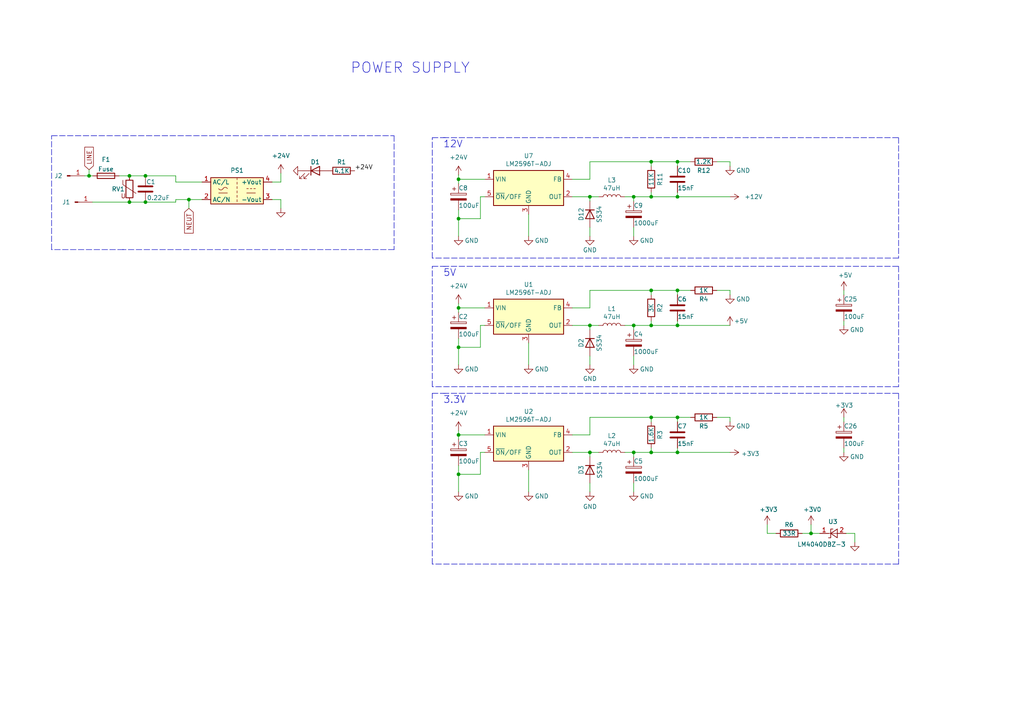
<source format=kicad_sch>
(kicad_sch (version 20211123) (generator eeschema)
  (paper "A4")
  (lib_symbols
    (symbol "Connector:Conn_01x01_Male" (pin_names (offset 1.016) hide)
      (property "Reference" "J" (at 0 2.54 0))
      (property "Value" "Conn_01x01_Male" (at 0 -2.54 0))
      (symbol "Conn_01x01_Male_1_1"
        (polyline (pts (xy 1.27 0) (xy 0.8636 0)) (stroke (width 0.1524)))
        (rectangle (start 0.8636 0.127) (end 0 -0.127) (stroke (width 0.1524)) (fill (type outline)))
        (pin passive line (at 5.08 0 180) (length 3.81) (name "Pin_1") (number "1"))
      )
    )
    (symbol "Converter_ACDC:HLK-PM01"
      (property "Reference" "PS" (at 0 5.08 0))
      (property "Value" "HLK-PM01" (at 0 -5.08 0))
      (symbol "HLK-PM01_0_1"
        (rectangle (start -7.62 3.81) (end 7.62 -3.81) (stroke (width 0.254)) (fill (type background)))
        (arc (start -5.334 0.635) (mid -4.699 0.2495) (end -4.064 0.635))
        (arc (start -2.794 0.635) (mid -3.429 1.0072) (end -4.064 0.635))
        (polyline (pts (xy -5.334 -0.635) (xy -2.794 -0.635)))
        (polyline (pts (xy 0 -2.54) (xy 0 -3.175)))
        (polyline (pts (xy 0 -1.27) (xy 0 -1.905)))
        (polyline (pts (xy 0 0) (xy 0 -0.635)))
        (polyline (pts (xy 0 1.27) (xy 0 0.635)))
        (polyline (pts (xy 0 2.54) (xy 0 1.905)))
        (polyline (pts (xy 0 3.81) (xy 0 3.175)))
        (polyline (pts (xy 2.794 -0.635) (xy 5.334 -0.635)))
        (polyline (pts (xy 2.794 0.635) (xy 3.302 0.635)))
        (polyline (pts (xy 3.81 0.635) (xy 4.318 0.635)))
        (polyline (pts (xy 4.826 0.635) (xy 5.334 0.635)))
      )
      (symbol "HLK-PM01_1_1"
        (pin power_in line (at -10.16 2.54 0) (length 2.54) (name "AC/L") (number "1"))
        (pin power_in line (at -10.16 -2.54 0) (length 2.54) (name "AC/N") (number "2"))
        (pin power_out line (at 10.16 -2.54 180) (length 2.54) (name "-Vout") (number "3"))
        (pin power_out line (at 10.16 2.54 180) (length 2.54) (name "+Vout") (number "4"))
      )
    )
    (symbol "Device:C" (pin_numbers hide) (pin_names (offset 0.254))
      (property "Reference" "C" (at 0.635 2.54 0))
      (property "Value" "C" (at 0.635 -2.54 0))
      (symbol "C_0_1"
        (polyline (pts (xy -2.032 -0.762) (xy 2.032 -0.762)) (stroke (width 0.508)))
        (polyline (pts (xy -2.032 0.762) (xy 2.032 0.762)) (stroke (width 0.508)))
      )
      (symbol "C_1_1"
        (pin passive line (at 0 3.81 270) (length 2.794) (name "~") (number "1"))
        (pin passive line (at 0 -3.81 90) (length 2.794) (name "~") (number "2"))
      )
    )
    (symbol "Device:CP" (pin_numbers hide) (pin_names (offset 0.254))
      (property "Reference" "C" (at 0.635 2.54 0))
      (property "Value" "Device_CP" (at 0.635 -2.54 0))
      (symbol "CP_0_1"
        (rectangle (start -2.286 0.508) (end 2.286 1.016))
        (polyline (pts (xy -1.778 2.286) (xy -0.762 2.286)))
        (polyline (pts (xy -1.27 2.794) (xy -1.27 1.778)))
        (rectangle (start 2.286 -0.508) (end -2.286 -1.016) (fill (type outline)))
      )
      (symbol "CP_1_1"
        (pin passive line (at 0 3.81 270) (length 2.794) (name "~") (number "1"))
        (pin passive line (at 0 -3.81 90) (length 2.794) (name "~") (number "2"))
      )
    )
    (symbol "Device:D" (pin_numbers hide) (pin_names (offset 1.016) hide)
      (property "Reference" "D" (at 0 2.54 0))
      (property "Value" "D" (at 0 -2.54 0))
      (symbol "D_0_1"
        (polyline (pts (xy -1.27 1.27) (xy -1.27 -1.27)) (stroke (width 0.254)))
        (polyline (pts (xy 1.27 0) (xy -1.27 0)))
        (polyline (pts (xy 1.27 1.27) (xy 1.27 -1.27) (xy -1.27 0) (xy 1.27 1.27)) (stroke (width 0.254)))
      )
      (symbol "D_1_1"
        (pin passive line (at -3.81 0 0) (length 2.54) (name "K") (number "1"))
        (pin passive line (at 3.81 0 180) (length 2.54) (name "A") (number "2"))
      )
    )
    (symbol "Device:Fuse" (pin_numbers hide) (pin_names (offset 0))
      (property "Reference" "F" (at 2.032 0 90))
      (property "Value" "Fuse" (at -1.905 0 90))
      (symbol "Fuse_0_1"
        (rectangle (start -0.762 -2.54) (end 0.762 2.54) (stroke (width 0.254)))
        (polyline (pts (xy 0 2.54) (xy 0 -2.54)))
      )
      (symbol "Fuse_1_1"
        (pin passive line (at 0 3.81 270) (length 1.27) (name "~") (number "1"))
        (pin passive line (at 0 -3.81 90) (length 1.27) (name "~") (number "2"))
      )
    )
    (symbol "Device:L" (pin_numbers hide) (pin_names (offset 1.016) hide)
      (property "Reference" "L" (at -1.27 0 90))
      (property "Value" "L" (at 1.905 0 90))
      (symbol "L_0_1"
        (arc (start 0 -2.54) (mid 0.635 -1.905) (end 0 -1.27))
        (arc (start 0 -1.27) (mid 0.635 -0.635) (end 0 0))
        (arc (start 0 0) (mid 0.635 0.635) (end 0 1.27))
        (arc (start 0 1.27) (mid 0.635 1.905) (end 0 2.54))
      )
      (symbol "L_1_1"
        (pin passive line (at 0 3.81 270) (length 1.27) (name "1") (number "1"))
        (pin passive line (at 0 -3.81 90) (length 1.27) (name "2") (number "2"))
      )
    )
    (symbol "Device:LED" (pin_numbers hide) (pin_names (offset 1.016) hide)
      (property "Reference" "D" (at 0 2.54 0))
      (property "Value" "LED" (at 0 -2.54 0))
      (symbol "LED_0_1"
        (polyline (pts (xy -1.27 -1.27) (xy -1.27 1.27)) (stroke (width 0.254)))
        (polyline (pts (xy -1.27 0) (xy 1.27 0)))
        (polyline (pts (xy 1.27 -1.27) (xy 1.27 1.27) (xy -1.27 0) (xy 1.27 -1.27)) (stroke (width 0.254)))
        (polyline (pts (xy -3.048 -0.762) (xy -4.572 -2.286) (xy -3.81 -2.286) (xy -4.572 -2.286) (xy -4.572 -1.524)))
        (polyline (pts (xy -1.778 -0.762) (xy -3.302 -2.286) (xy -2.54 -2.286) (xy -3.302 -2.286) (xy -3.302 -1.524)))
      )
      (symbol "LED_1_1"
        (pin passive line (at -3.81 0 0) (length 2.54) (name "K") (number "1"))
        (pin passive line (at 3.81 0 180) (length 2.54) (name "A") (number "2"))
      )
    )
    (symbol "Device:R" (pin_numbers hide) (pin_names (offset 0))
      (property "Reference" "R" (at 2.032 0 90))
      (property "Value" "R" (at 0 0 90))
      (symbol "R_0_1"
        (rectangle (start -1.016 -2.54) (end 1.016 2.54) (stroke (width 0.254)))
      )
      (symbol "R_1_1"
        (pin passive line (at 0 3.81 270) (length 1.27) (name "~") (number "1"))
        (pin passive line (at 0 -3.81 90) (length 1.27) (name "~") (number "2"))
      )
    )
    (symbol "Device:Varistor" (pin_numbers hide) (pin_names (offset 0))
      (property "Reference" "RV" (at 3.175 0 90))
      (property "Value" "Varistor" (at -3.175 0 90))
      (symbol "Varistor_0_0"
        (text "U" (at -1.778 -2.032 0) (effects (font (size 1.27 1.27))))
      )
      (symbol "Varistor_0_1"
        (rectangle (start -1.016 -2.54) (end 1.016 2.54) (stroke (width 0.254)))
        (polyline (pts (xy -1.905 2.54) (xy -1.905 1.27) (xy 1.905 -1.27)))
      )
      (symbol "Varistor_1_1"
        (pin passive line (at 0 3.81 270) (length 1.27) (name "~") (number "1"))
        (pin passive line (at 0 -3.81 90) (length 1.27) (name "~") (number "2"))
      )
    )
    (symbol "Reference_Voltage:LM4040DBZ-3" (pin_names (offset 0.0254) hide)
      (property "Reference" "U" (at 0 2.54 0))
      (property "Value" "LM4040DBZ-3" (at 0 -3.175 0))
      (symbol "LM4040DBZ-3_0_1"
        (polyline (pts (xy -1.27 0) (xy 0 0) (xy 1.27 0)))
        (polyline (pts (xy -1.27 -1.27) (xy 0.635 0) (xy -1.27 1.27) (xy -1.27 -1.27)) (stroke (width 0.2032)))
        (polyline (pts (xy 0 -1.27) (xy 0.635 -1.27) (xy 0.635 1.27) (xy 1.27 1.27)) (stroke (width 0.2032)))
      )
      (symbol "LM4040DBZ-3_1_1"
        (pin passive line (at 3.81 0 180) (length 2.54) (name "K") (number "1"))
        (pin passive line (at -3.81 0 0) (length 2.54) (name "A") (number "2"))
      )
    )
    (symbol "Regulator_Switching:LM2596T-ADJ"
      (property "Reference" "U" (at -10.16 6.35 0))
      (property "Value" "LM2596T-ADJ" (at 0 6.35 0))
      (symbol "LM2596T-ADJ_0_1"
        (rectangle (start -10.16 5.08) (end 10.16 -5.08) (stroke (width 0.254)) (fill (type background)))
      )
      (symbol "LM2596T-ADJ_1_1"
        (pin power_in line (at -12.7 2.54 0) (length 2.54) (name "VIN") (number "1"))
        (pin output line (at 12.7 -2.54 180) (length 2.54) (name "OUT") (number "2"))
        (pin power_in line (at 0 -7.62 90) (length 2.54) (name "GND") (number "3"))
        (pin input line (at 12.7 2.54 180) (length 2.54) (name "FB") (number "4"))
        (pin input line (at -12.7 -2.54 0) (length 2.54) (name "~{ON}/OFF") (number "5"))
      )
    )
    (symbol "power:+12V" (power) (pin_names (offset 0))
      (property "Value" "+12V" (at 0 3.556 0))
      (symbol "+12V_0_1"
        (polyline (pts (xy -0.762 1.27) (xy 0 2.54)))
        (polyline (pts (xy 0 0) (xy 0 2.54)))
        (polyline (pts (xy 0 2.54) (xy 0.762 1.27)))
      )
      (symbol "+12V_1_1"
        (pin power_in line (at 0 0 90) (length 0) hide (name "+12V") (number "1"))
      )
    )
    (symbol "power:+24V" (power) (pin_names (offset 0))
      (property "Value" "+24V" (at 0 3.556 0))
      (symbol "+24V_0_1"
        (polyline (pts (xy -0.762 1.27) (xy 0 2.54)))
        (polyline (pts (xy 0 0) (xy 0 2.54)))
        (polyline (pts (xy 0 2.54) (xy 0.762 1.27)))
      )
      (symbol "+24V_1_1"
        (pin power_in line (at 0 0 90) (length 0) hide (name "+24V") (number "1"))
      )
    )
    (symbol "power:+3V0" (power) (pin_names (offset 0))
      (property "Value" "+3V0" (at 0 3.556 0))
      (symbol "+3V0_0_1"
        (polyline (pts (xy -0.762 1.27) (xy 0 2.54)))
        (polyline (pts (xy 0 0) (xy 0 2.54)))
        (polyline (pts (xy 0 2.54) (xy 0.762 1.27)))
      )
      (symbol "+3V0_1_1"
        (pin power_in line (at 0 0 90) (length 0) hide (name "+3V0") (number "1"))
      )
    )
    (symbol "power:+3V3" (power) (pin_names (offset 0))
      (property "Value" "+3V3" (at 0 3.556 0))
      (symbol "+3V3_0_1"
        (polyline (pts (xy -0.762 1.27) (xy 0 2.54)))
        (polyline (pts (xy 0 0) (xy 0 2.54)))
        (polyline (pts (xy 0 2.54) (xy 0.762 1.27)))
      )
      (symbol "+3V3_1_1"
        (pin power_in line (at 0 0 90) (length 0) hide (name "+3V3") (number "1"))
      )
    )
    (symbol "power:+5V" (power) (pin_names (offset 0))
      (property "Value" "+5V" (at 0 3.556 0))
      (symbol "+5V_0_1"
        (polyline (pts (xy -0.762 1.27) (xy 0 2.54)))
        (polyline (pts (xy 0 0) (xy 0 2.54)))
        (polyline (pts (xy 0 2.54) (xy 0.762 1.27)))
      )
      (symbol "+5V_1_1"
        (pin power_in line (at 0 0 90) (length 0) hide (name "+5V") (number "1"))
      )
    )
    (symbol "power:GND" (power) (pin_names (offset 0))
      (property "Value" "GND" (at 0 -3.81 0))
      (symbol "GND_0_1"
        (polyline (pts (xy 0 0) (xy 0 -1.27) (xy 1.27 -1.27) (xy 0 -2.54) (xy -1.27 -1.27) (xy 0 -1.27)))
      )
      (symbol "GND_1_1"
        (pin power_in line (at 0 0 270) (length 0) hide (name "GND") (number "1"))
      )
    )
  )
  (junction (at 196.4944 84.2264))
  (junction (at 188.8744 94.3864))
  (junction (at 171.0944 94.3864))
  (junction (at 37.5412 58.6232))
  (junction (at 132.9944 126.1364))
  (junction (at 188.8744 46.9138))
  (junction (at 196.4944 94.3864))
  (junction (at 196.4944 121.0564))
  (junction (at 188.8744 57.0738))
  (junction (at 132.9944 63.4238))
  (junction (at 25.8318 51.0032))
  (junction (at 183.7944 131.2164))
  (junction (at 188.8744 84.2264))
  (junction (at 54.7878 57.8866))
  (junction (at 42.1894 51.0032))
  (junction (at 196.4944 57.0738))
  (junction (at 188.8744 131.2164))
  (junction (at 37.5412 51.0032))
  (junction (at 171.0944 131.2164))
  (junction (at 132.9944 100.7364))
  (junction (at 132.9944 137.5664))
  (junction (at 235.2294 154.7114))
  (junction (at 196.4944 46.9138))
  (junction (at 183.7944 57.0738))
  (junction (at 183.7944 94.3864))
  (junction (at 171.0944 57.0738))
  (junction (at 188.8744 121.0564))
  (junction (at 132.9944 51.9938))
  (junction (at 42.1894 58.6232))
  (junction (at 132.9944 89.3064))
  (junction (at 196.4944 131.2164))
  (wire (pts (xy 196.4944 94.3864) (xy 196.4944 93.1164)))
  (wire (pts (xy 200.3044 121.0564) (xy 196.4944 121.0564)))
  (wire (pts (xy 196.4944 46.9138) (xy 188.8744 46.9138)))
  (wire (pts (xy 171.0944 89.3064) (xy 171.0944 84.2264)))
  (wire (pts (xy 171.0944 46.9138) (xy 188.8744 46.9138)))
  (polyline (pts (xy 128.5494 77.2414) (xy 260.6294 77.2414)))
  (wire (pts (xy 188.8744 121.0564) (xy 188.8744 122.3264)))
  (wire (pts (xy 196.4944 131.2164) (xy 196.4944 129.9464)))
  (wire (pts (xy 153.3144 99.4664) (xy 153.3144 105.8164)))
  (wire (pts (xy 200.3044 84.2264) (xy 196.4944 84.2264)))
  (wire (pts (xy 81.4578 52.8066) (xy 81.4578 50.2666)))
  (wire (pts (xy 207.9244 84.2264) (xy 211.7344 84.2264)))
  (wire (pts (xy 139.3444 94.3864) (xy 139.3444 100.7364)))
  (wire (pts (xy 196.4944 48.1838) (xy 196.4944 46.9138)))
  (wire (pts (xy 183.7944 94.3864) (xy 181.2544 94.3864)))
  (wire (pts (xy 25.8318 51.0032) (xy 26.924 51.0032)))
  (wire (pts (xy 188.8744 94.3864) (xy 196.4944 94.3864)))
  (wire (pts (xy 171.0944 84.2264) (xy 188.8744 84.2264)))
  (wire (pts (xy 196.4944 122.3264) (xy 196.4944 121.0564)))
  (wire (pts (xy 50.9778 51.0032) (xy 42.1894 51.0032)))
  (wire (pts (xy 54.7878 57.8866) (xy 54.7878 60.4266)))
  (wire (pts (xy 171.0944 94.3864) (xy 166.0144 94.3864)))
  (wire (pts (xy 171.0944 58.3438) (xy 171.0944 57.0738)))
  (wire (pts (xy 188.8744 57.0738) (xy 196.4944 57.0738)))
  (wire (pts (xy 171.0944 57.0738) (xy 166.0144 57.0738)))
  (wire (pts (xy 196.4944 57.0738) (xy 211.7344 57.0738)))
  (wire (pts (xy 132.9944 50.7238) (xy 132.9944 51.9938)))
  (wire (pts (xy 54.7878 57.8866) (xy 58.5978 57.8866)))
  (wire (pts (xy 42.1894 58.6232) (xy 37.5412 58.6232)))
  (wire (pts (xy 132.9944 100.7364) (xy 132.9944 98.1964)))
  (wire (pts (xy 235.2294 154.7114) (xy 232.6894 154.7114)))
  (wire (pts (xy 50.9778 57.8866) (xy 54.7878 57.8866)))
  (wire (pts (xy 244.7544 84.2264) (xy 244.7544 85.4964)))
  (wire (pts (xy 196.4944 85.4964) (xy 196.4944 84.2264)))
  (wire (pts (xy 183.7944 57.0738) (xy 181.2544 57.0738)))
  (wire (pts (xy 244.7544 121.0564) (xy 244.7544 122.3264)))
  (wire (pts (xy 183.7944 132.4864) (xy 183.7944 131.2164)))
  (wire (pts (xy 188.8744 84.2264) (xy 188.8744 85.4964)))
  (wire (pts (xy 132.9944 137.5664) (xy 132.9944 135.0264)))
  (wire (pts (xy 188.8744 55.8038) (xy 188.8744 57.0738)))
  (wire (pts (xy 139.3444 63.4238) (xy 132.9944 63.4238)))
  (polyline (pts (xy 125.3744 163.6014) (xy 125.3744 114.0714)))
  (wire (pts (xy 140.6144 57.0738) (xy 139.3444 57.0738)))
  (wire (pts (xy 166.0144 89.3064) (xy 171.0944 89.3064)))
  (wire (pts (xy 188.8744 94.3864) (xy 183.7944 94.3864)))
  (wire (pts (xy 34.544 51.0032) (xy 37.5412 51.0032)))
  (wire (pts (xy 166.0144 126.1364) (xy 171.0944 126.1364)))
  (wire (pts (xy 188.8744 57.0738) (xy 183.7944 57.0738)))
  (wire (pts (xy 132.9944 137.5664) (xy 132.9944 142.6464)))
  (wire (pts (xy 183.7944 95.6564) (xy 183.7944 94.3864)))
  (wire (pts (xy 188.8744 46.9138) (xy 188.8744 48.1838)))
  (polyline (pts (xy 125.3744 112.1664) (xy 125.3744 77.2414)))
  (wire (pts (xy 132.9944 100.7364) (xy 132.9944 105.8164)))
  (wire (pts (xy 139.3444 131.2164) (xy 139.3444 137.5664)))
  (polyline (pts (xy 35.56 39.37) (xy 114.3 39.37)))
  (wire (pts (xy 196.4944 94.3864) (xy 211.7344 94.3864)))
  (wire (pts (xy 183.7944 105.8164) (xy 183.7944 103.2764)))
  (wire (pts (xy 173.6344 131.2164) (xy 171.0944 131.2164)))
  (wire (pts (xy 235.2294 152.1714) (xy 235.2294 154.7114)))
  (wire (pts (xy 196.4944 57.0738) (xy 196.4944 55.8038)))
  (polyline (pts (xy 260.6294 163.6014) (xy 125.3744 163.6014)))
  (polyline (pts (xy 128.5494 114.0714) (xy 260.6294 114.0714)))
  (wire (pts (xy 183.7944 58.3438) (xy 183.7944 57.0738)))
  (wire (pts (xy 50.9778 57.8866) (xy 50.9778 58.6232)))
  (polyline (pts (xy 14.9606 39.37) (xy 35.5346 39.37)))
  (polyline (pts (xy 14.9606 72.39) (xy 14.9606 39.37)))
  (polyline (pts (xy 125.3744 74.8538) (xy 125.3744 39.9288)))
  (wire (pts (xy 24.5618 51.0032) (xy 25.8318 51.0032)))
  (wire (pts (xy 171.0944 68.5038) (xy 171.0944 65.9638)))
  (wire (pts (xy 171.0944 95.6564) (xy 171.0944 94.3864)))
  (wire (pts (xy 153.3144 62.1538) (xy 153.3144 68.5038)))
  (wire (pts (xy 211.7344 46.9138) (xy 211.7344 48.1838)))
  (wire (pts (xy 211.7344 121.0564) (xy 211.7344 122.3264)))
  (wire (pts (xy 50.9778 58.6232) (xy 42.1894 58.6232)))
  (wire (pts (xy 132.9944 63.4238) (xy 132.9944 60.8838)))
  (wire (pts (xy 25.8318 49.2252) (xy 25.8318 51.0032)))
  (wire (pts (xy 183.7944 68.5038) (xy 183.7944 65.9638)))
  (polyline (pts (xy 260.6294 112.1664) (xy 125.3744 112.1664)))
  (wire (pts (xy 132.9944 63.4238) (xy 132.9944 68.5038)))
  (wire (pts (xy 140.6144 131.2164) (xy 139.3444 131.2164)))
  (wire (pts (xy 132.9944 126.1364) (xy 140.6144 126.1364)))
  (wire (pts (xy 237.7694 154.7114) (xy 235.2294 154.7114)))
  (wire (pts (xy 171.0944 121.0564) (xy 188.8744 121.0564)))
  (polyline (pts (xy 128.5494 39.9288) (xy 260.6294 39.9288)))
  (wire (pts (xy 196.4944 121.0564) (xy 188.8744 121.0564)))
  (wire (pts (xy 244.7544 94.3864) (xy 244.7544 93.1164)))
  (polyline (pts (xy 125.3744 77.2414) (xy 129.1844 77.2414)))
  (polyline (pts (xy 125.3744 114.0714) (xy 129.1844 114.0714)))
  (wire (pts (xy 247.9294 157.2514) (xy 247.9294 154.7114)))
  (wire (pts (xy 132.9944 127.4064) (xy 132.9944 126.1364)))
  (wire (pts (xy 207.9244 46.9138) (xy 211.7344 46.9138)))
  (wire (pts (xy 153.3144 136.2964) (xy 153.3144 142.6464)))
  (wire (pts (xy 183.7944 131.2164) (xy 181.2544 131.2164)))
  (wire (pts (xy 81.4578 57.8866) (xy 78.9178 57.8866)))
  (wire (pts (xy 171.0944 105.8164) (xy 171.0944 103.2764)))
  (wire (pts (xy 183.7944 142.6464) (xy 183.7944 140.1064)))
  (wire (pts (xy 173.6344 57.0738) (xy 171.0944 57.0738)))
  (polyline (pts (xy 260.6294 74.8538) (xy 125.3744 74.8538)))
  (wire (pts (xy 132.9944 90.5764) (xy 132.9944 89.3064)))
  (wire (pts (xy 139.3444 137.5664) (xy 132.9944 137.5664)))
  (wire (pts (xy 200.3044 46.9138) (xy 196.4944 46.9138)))
  (wire (pts (xy 132.9944 51.9938) (xy 140.6144 51.9938)))
  (wire (pts (xy 166.0144 51.9938) (xy 171.0944 51.9938)))
  (wire (pts (xy 247.9294 154.7114) (xy 245.3894 154.7114)))
  (wire (pts (xy 50.9778 52.8066) (xy 50.9778 51.0032)))
  (wire (pts (xy 50.9778 52.8066) (xy 58.5978 52.8066)))
  (wire (pts (xy 196.4944 84.2264) (xy 188.8744 84.2264)))
  (wire (pts (xy 225.0694 154.7114) (xy 222.5294 154.7114)))
  (wire (pts (xy 139.3444 57.0738) (xy 139.3444 63.4238)))
  (polyline (pts (xy 35.7886 72.39) (xy 14.9606 72.39)))
  (wire (pts (xy 188.8744 131.2164) (xy 183.7944 131.2164)))
  (wire (pts (xy 140.6144 94.3864) (xy 139.3444 94.3864)))
  (wire (pts (xy 244.7544 131.2164) (xy 244.7544 129.9464)))
  (wire (pts (xy 171.0944 132.4864) (xy 171.0944 131.2164)))
  (wire (pts (xy 81.4578 60.4266) (xy 81.4578 57.8866)))
  (polyline (pts (xy 260.6294 39.9288) (xy 260.6294 74.8538)))
  (wire (pts (xy 196.4944 131.2164) (xy 211.7344 131.2164)))
  (wire (pts (xy 188.8744 131.2164) (xy 196.4944 131.2164)))
  (polyline (pts (xy 114.3 72.39) (xy 35.56 72.39)))
  (wire (pts (xy 26.8224 58.6232) (xy 37.5412 58.6232)))
  (wire (pts (xy 173.6344 94.3864) (xy 171.0944 94.3864)))
  (wire (pts (xy 171.0944 142.6464) (xy 171.0944 140.1064)))
  (wire (pts (xy 132.9944 88.0364) (xy 132.9944 89.3064)))
  (wire (pts (xy 132.9944 89.3064) (xy 140.6144 89.3064)))
  (polyline (pts (xy 114.3 39.37) (xy 114.3 72.39)))
  (wire (pts (xy 207.9244 121.0564) (xy 211.7344 121.0564)))
  (wire (pts (xy 222.5294 154.7114) (xy 222.5294 152.1714)))
  (wire (pts (xy 132.9944 53.2638) (xy 132.9944 51.9938)))
  (wire (pts (xy 171.0944 51.9938) (xy 171.0944 46.9138)))
  (wire (pts (xy 171.0944 131.2164) (xy 166.0144 131.2164)))
  (polyline (pts (xy 125.3744 39.9288) (xy 129.1844 39.9288)))
  (wire (pts (xy 139.3444 100.7364) (xy 132.9944 100.7364)))
  (wire (pts (xy 171.0944 126.1364) (xy 171.0944 121.0564)))
  (wire (pts (xy 188.8744 129.9464) (xy 188.8744 131.2164)))
  (wire (pts (xy 132.9944 126.1364) (xy 132.9944 124.8664)))
  (wire (pts (xy 37.5412 51.0032) (xy 42.1894 51.0032)))
  (polyline (pts (xy 260.6294 114.0714) (xy 260.6294 163.6014)))
  (wire (pts (xy 78.9178 52.8066) (xy 81.4578 52.8066)))
  (wire (pts (xy 188.8744 93.1164) (xy 188.8744 94.3864)))
  (polyline (pts (xy 260.6294 77.2414) (xy 260.6294 112.1664)))
  (wire (pts (xy 211.7344 84.2264) (xy 211.7344 85.4964)))
  (text "5V" (at 128.5494 80.4164 0) (effects (font (size 2 2)) (justify left bottom)))
  (text "12V" (at 128.5494 43.1038 0) (effects (font (size 2 2)) (justify left bottom)))
  (text "POWER SUPPLY\n" (at 101.6 21.59 0) (effects (font (size 3 3)) (justify left bottom)))
  (text "3.3V" (at 128.5494 117.2464 0) (effects (font (size 2 2)) (justify left bottom)))
  (label "+24V" (at 102.87 49.53 0))
  (global_label "LINE" (shape input) (at 25.8318 49.2252 90) (property "Intersheet References" "${INTERSHEET_REFS}" (effects hide)))
  (global_label "NEUT" (shape input) (at 54.7878 60.4266 270) (property "Intersheet References" "${INTERSHEET_REFS}" (effects hide)))
  (symbol (lib_id "power:+3V3") (at 222.5294 152.1714 0) (unit 1)
    (property "Reference" "#PWR0105" (effects hide))
    (property "Value" "+3V3" (at 222.9104 147.7772 0))
  )
  (symbol (lib_id "power:GND") (at 211.7344 122.3264 0) (unit 1)
    (property "Reference" "#PWR0110" (effects hide))
    (property "Value" "GND" (at 215.5444 123.5964 0))
  )
  (symbol (lib_id "Device:R") (at 204.1144 121.0564 90) (unit 1)
    (property "Reference" "R5" (at 204.1144 123.5964 90))
    (property "Value" "1K" (at 204.1144 121.0564 90))
    (property "Footprint" "Resistor_SMD:R_0603_1608Metric" (effects hide))
  )
  (symbol (lib_id "power:GND") (at 132.9944 68.5038 0) (unit 1)
    (property "Reference" "#PWR0166" (effects hide))
    (property "Value" "GND" (at 136.8044 69.7738 0))
  )
  (symbol (lib_id "Regulator_Switching:LM2596T-ADJ") (at 153.3144 128.6764 0) (unit 1)
    (property "Reference" "U2" (at 153.3144 119.3546 0))
    (property "Value" "LM2596T-ADJ" (at 153.3144 121.666 0))
    (property "Footprint" "Package_TO_SOT_SMD:TO-263-5_TabPin3" (effects hide))
    (property "Datasheet" "http://www.ti.com/lit/ds/symlink/lm2596.pdf" (effects hide))
  )
  (symbol (lib_id "power:GND") (at 153.3144 105.8164 0) (unit 1)
    (property "Reference" "#PWR0121" (effects hide))
    (property "Value" "GND" (at 157.1244 107.0864 0))
  )
  (symbol (lib_id "Device:LED") (at 91.44 49.53 0) (unit 1)
    (property "Reference" "D1" (at 91.44 46.99 0))
    (property "Value" "LED" (effects hide))
    (property "Footprint" "LED_SMD:LED_0603_1608Metric" (effects hide))
  )
  (symbol (lib_id "Device:CP") (at 244.7544 126.1364 0) (unit 1)
    (property "Reference" "C26" (at 244.7544 123.5964 0) (effects (justify left)))
    (property "Value" "100uF" (at 244.7544 128.6764 0) (effects (justify left)))
    (property "Footprint" "Capacitor_Tantalum_SMD:CP_EIA-3216-10_Kemet-I" (effects hide))
  )
  (symbol (lib_id "Device:CP") (at 244.7544 89.3064 0) (unit 1)
    (property "Reference" "C25" (at 244.7544 86.7664 0) (effects (justify left)))
    (property "Value" "100uF" (at 244.7544 91.8464 0) (effects (justify left)))
    (property "Footprint" "Capacitor_Tantalum_SMD:CP_EIA-3216-10_Kemet-I" (effects hide))
  )
  (symbol (lib_id "Device:CP") (at 132.9944 94.3864 0) (unit 1)
    (property "Reference" "C2" (at 132.9944 91.8464 0) (effects (justify left)))
    (property "Value" "100uF" (at 132.9944 96.9264 0) (effects (justify left)))
    (property "Footprint" "Capacitor_SMD:CP_Elec_8x10" (effects hide))
  )
  (symbol (lib_id "Device:L") (at 177.4444 57.0738 90) (unit 1)
    (property "Reference" "L3" (at 177.4444 52.2478 90))
    (property "Value" "47uH" (at 177.4444 54.5592 90))
    (property "Footprint" "Inductor_SMD:L_12x12mm_H8mm" (effects hide))
  )
  (symbol (lib_id "Device:D") (at 171.0944 62.1538 270) (unit 1)
    (property "Reference" "D12" (at 168.5544 62.1538 0))
    (property "Value" "SS34" (at 173.8122 62.1538 0))
    (property "Footprint" "Diode_SMD:D_SMA" (effects hide))
  )
  (symbol (lib_id "power:+12V") (at 211.7344 57.0738 270) (unit 1)
    (property "Reference" "#PWR0135" (effects hide))
    (property "Value" "+12V" (at 215.9 57.0737 90) (effects (justify left)))
  )
  (symbol (lib_id "Reference_Voltage:LM4040DBZ-3") (at 241.5794 154.7114 180) (unit 1)
    (property "Reference" "U3" (at 241.5794 151.3078 0))
    (property "Value" "LM4040DBZ-3" (at 231.2416 157.8864 0) (effects (justify right)))
    (property "Footprint" "Package_TO_SOT_SMD:SOT-23" (effects hide))
    (property "Datasheet" "http://www.ti.com/lit/ds/symlink/lm4040-n.pdf" (effects hide))
  )
  (symbol (lib_id "Device:R") (at 188.8744 126.1364 180) (unit 1)
    (property "Reference" "R3" (at 191.4144 126.1364 90))
    (property "Value" "1.6K" (at 188.8744 126.1364 90))
    (property "Footprint" "Resistor_SMD:R_0603_1608Metric" (effects hide))
  )
  (symbol (lib_id "power:GND") (at 171.0944 105.8164 0) (unit 1)
    (property "Reference" "#PWR0125" (effects hide))
    (property "Value" "GND" (at 171.0944 109.8296 0))
  )
  (symbol (lib_id "power:+5V") (at 211.7344 94.3864 0) (unit 1)
    (property "Reference" "#PWR0102" (effects hide))
    (property "Value" "+5V" (at 214.9094 93.1164 0))
  )
  (symbol (lib_id "power:GND") (at 244.7544 131.2164 0) (unit 1)
    (property "Reference" "#PWR0108" (effects hide))
    (property "Value" "GND" (at 248.5644 132.4864 0))
  )
  (symbol (lib_id "Device:L") (at 177.4444 94.3864 90) (unit 1)
    (property "Reference" "L1" (at 177.4444 89.5604 90))
    (property "Value" "47uH" (at 177.4444 91.8718 90))
    (property "Footprint" "Inductor_SMD:L_12x12mm_H8mm" (effects hide))
  )
  (symbol (lib_id "Device:CP") (at 132.9944 131.2164 0) (unit 1)
    (property "Reference" "C3" (at 132.9944 128.6764 0) (effects (justify left)))
    (property "Value" "100uF" (at 132.9944 133.7564 0) (effects (justify left)))
    (property "Footprint" "Capacitor_SMD:CP_Elec_8x10" (effects hide))
  )
  (symbol (lib_id "Device:Fuse") (at 30.734 51.0032 90) (unit 1)
    (property "Reference" "F1" (at 30.734 46.2747 90))
    (property "Value" "Fuse" (at 30.734 49.0498 90))
    (property "Footprint" "Fuse:Fuse_Bourns_MF-RG300" (effects hide))
  )
  (symbol (lib_id "Device:C") (at 42.1894 54.8132 180) (unit 1)
    (property "Reference" "C1" (at 42.418 52.7558 0) (effects (justify right)))
    (property "Value" "0.22uF" (at 42.5958 57.3786 0) (effects (justify right)))
    (property "Footprint" "Capacitor_THT:C_Rect_L18.0mm_W8.0mm_P15.00mm_FKS3_FKP3" (effects hide))
  )
  (symbol (lib_id "Device:R") (at 188.8744 89.3064 180) (unit 1)
    (property "Reference" "R2" (at 191.4144 89.3064 90))
    (property "Value" "3K" (at 188.8744 89.3064 90))
    (property "Footprint" "Resistor_SMD:R_0603_1608Metric" (effects hide))
  )
  (symbol (lib_id "Device:CP") (at 183.7944 136.2964 0) (unit 1)
    (property "Reference" "C5" (at 183.7944 133.7564 0) (effects (justify left)))
    (property "Value" "1000uF" (at 183.7944 138.8364 0) (effects (justify left)))
    (property "Footprint" "Capacitor_SMD:CP_Elec_10x10.5" (effects hide))
  )
  (symbol (lib_id "power:GND") (at 171.0944 68.5038 0) (unit 1)
    (property "Reference" "#PWR0165" (effects hide))
    (property "Value" "GND" (at 171.0944 72.517 0))
  )
  (symbol (lib_id "Device:C") (at 196.4944 89.3064 0) (unit 1)
    (property "Reference" "C6" (at 196.4944 86.7664 0) (effects (justify left)))
    (property "Value" "15nF" (at 196.4944 91.8464 0) (effects (justify left)))
    (property "Footprint" "Capacitor_SMD:C_0603_1608Metric" (effects hide))
  )
  (symbol (lib_id "power:+24V") (at 132.9944 50.7238 0) (unit 1)
    (property "Reference" "#PWR0168" (effects hide))
    (property "Value" "+24V" (at 132.9944 45.6438 0))
  )
  (symbol (lib_id "Device:C") (at 196.4944 51.9938 0) (unit 1)
    (property "Reference" "C10" (at 196.4944 49.4538 0) (effects (justify left)))
    (property "Value" "15nF" (at 196.4944 54.5338 0) (effects (justify left)))
    (property "Footprint" "Capacitor_SMD:C_0603_1608Metric" (effects hide))
  )
  (symbol (lib_id "power:GND") (at 183.7944 105.8164 0) (unit 1)
    (property "Reference" "#PWR0124" (effects hide))
    (property "Value" "GND" (at 187.6044 107.0864 0))
  )
  (symbol (lib_id "power:GND") (at 132.9944 142.6464 0) (unit 1)
    (property "Reference" "#PWR0115" (effects hide))
    (property "Value" "GND" (at 136.8044 143.9164 0))
  )
  (symbol (lib_id "power:GND") (at 211.7344 48.1838 0) (unit 1)
    (property "Reference" "#PWR0147" (effects hide))
    (property "Value" "GND" (at 215.5444 49.4538 0))
  )
  (symbol (lib_id "Connector:Conn_01x01_Male") (at 21.7424 58.6232 0) (unit 1)
    (property "Reference" "J1" (at 19.2024 58.6232 0))
    (property "Value" "NEUT_TAB" (effects hide))
    (property "Footprint" "Footprint:TAB_Conn" (effects hide))
  )
  (symbol (lib_id "power:+5V") (at 244.7544 84.2264 0) (unit 1)
    (property "Reference" "#PWR0122" (effects hide))
    (property "Value" "+5V" (at 245.1354 79.8322 0))
  )
  (symbol (lib_id "Device:CP") (at 132.9944 57.0738 0) (unit 1)
    (property "Reference" "C8" (at 132.9944 54.5338 0) (effects (justify left)))
    (property "Value" "100uF" (at 132.9944 59.6138 0) (effects (justify left)))
    (property "Footprint" "Capacitor_SMD:CP_Elec_8x10" (effects hide))
  )
  (symbol (lib_id "power:GND") (at 132.9944 105.8164 0) (unit 1)
    (property "Reference" "#PWR0120" (effects hide))
    (property "Value" "GND" (at 136.8044 107.0864 0))
  )
  (symbol (lib_id "power:GND") (at 211.7344 85.4964 0) (unit 1)
    (property "Reference" "#PWR0103" (effects hide))
    (property "Value" "GND" (at 215.5444 86.7664 0))
  )
  (symbol (lib_id "Device:L") (at 177.4444 131.2164 90) (unit 1)
    (property "Reference" "L2" (at 177.4444 126.3904 90))
    (property "Value" "47uH" (at 177.4444 128.7018 90))
    (property "Footprint" "Inductor_SMD:L_12x12mm_H8mm" (effects hide))
  )
  (symbol (lib_id "power:GND") (at 247.9294 157.2514 0) (unit 1)
    (property "Reference" "#PWR0107" (effects hide))
    (property "Value" "GND" (effects hide))
  )
  (symbol (lib_id "power:+24V") (at 132.9944 124.8664 0) (unit 1)
    (property "Reference" "#PWR0118" (effects hide))
    (property "Value" "+24V" (at 132.9944 119.7864 0))
  )
  (symbol (lib_id "power:GND") (at 153.3144 142.6464 0) (unit 1)
    (property "Reference" "#PWR0116" (effects hide))
    (property "Value" "GND" (at 157.1244 143.9164 0))
  )
  (symbol (lib_id "power:+3V3") (at 244.7544 121.0564 0) (unit 1)
    (property "Reference" "#PWR0104" (effects hide))
    (property "Value" "+3V3" (at 242.1636 117.5766 0) (effects (justify left)))
  )
  (symbol (lib_id "power:+24V") (at 132.9944 88.0364 0) (unit 1)
    (property "Reference" "#PWR0119" (effects hide))
    (property "Value" "+24V" (at 132.9944 82.9564 0))
  )
  (symbol (lib_id "Device:R") (at 228.8794 154.7114 270) (unit 1)
    (property "Reference" "R6" (at 228.8794 152.1714 90))
    (property "Value" "33R" (at 228.8794 154.7114 90))
    (property "Footprint" "Resistor_SMD:R_0603_1608Metric" (effects hide))
  )
  (symbol (lib_id "Device:CP") (at 183.7944 99.4664 0) (unit 1)
    (property "Reference" "C4" (at 183.7944 96.9264 0) (effects (justify left)))
    (property "Value" "1000uF" (at 183.7944 102.0064 0) (effects (justify left)))
    (property "Footprint" "Capacitor_SMD:CP_Elec_10x10.5" (effects hide))
  )
  (symbol (lib_id "Device:R") (at 204.1144 46.9138 90) (unit 1)
    (property "Reference" "R12" (at 204.1144 49.4538 90))
    (property "Value" "1.2K" (at 204.1144 46.9138 90))
    (property "Footprint" "Resistor_SMD:R_0603_1608Metric" (effects hide))
  )
  (symbol (lib_id "power:+3V0") (at 235.2294 152.1714 0) (unit 1)
    (property "Reference" "#PWR0106" (effects hide))
    (property "Value" "+3V0" (at 235.6104 147.7772 0))
  )
  (symbol (lib_id "power:GND") (at 153.3144 68.5038 0) (unit 1)
    (property "Reference" "#PWR0167" (effects hide))
    (property "Value" "GND" (at 157.1244 69.7738 0))
  )
  (symbol (lib_id "power:GND") (at 171.0944 142.6464 0) (unit 1)
    (property "Reference" "#PWR0114" (effects hide))
    (property "Value" "GND" (at 171.1198 146.939 0))
  )
  (symbol (lib_id "power:GND") (at 244.7544 94.3864 0) (unit 1)
    (property "Reference" "#PWR0123" (effects hide))
    (property "Value" "GND" (at 248.5644 95.6564 0))
  )
  (symbol (lib_id "Device:D") (at 171.0944 136.2964 270) (unit 1)
    (property "Reference" "D3" (at 168.5544 136.2964 0))
    (property "Value" "SS34" (at 173.9392 136.2964 0))
    (property "Footprint" "Diode_SMD:D_SMA" (effects hide))
  )
  (symbol (lib_id "Converter_ACDC:HLK-PM01") (at 68.7578 55.3466 0) (unit 1)
    (property "Reference" "PS1" (at 68.7578 49.4284 0))
    (property "Value" "HLK-PM01" (effects hide))
    (property "Footprint" "Footprint:IRM-90-24" (effects hide))
    (property "Datasheet" "http://www.hlktech.net/product_detail.php?ProId=54" (effects hide))
  )
  (symbol (lib_id "Device:R") (at 99.06 49.53 90) (unit 1)
    (property "Reference" "R1" (at 99.06 46.99 90))
    (property "Value" "4.1K" (at 99.1362 49.5554 90))
    (property "Footprint" "Resistor_SMD:R_0603_1608Metric" (effects hide))
  )
  (symbol (lib_id "Regulator_Switching:LM2596T-ADJ") (at 153.3144 91.8464 0) (unit 1)
    (property "Reference" "U1" (at 153.3144 82.5246 0))
    (property "Value" "LM2596T-ADJ" (at 153.3144 84.836 0))
    (property "Footprint" "Package_TO_SOT_SMD:TO-263-5_TabPin3" (effects hide))
    (property "Datasheet" "http://www.ti.com/lit/ds/symlink/lm2596.pdf" (effects hide))
  )
  (symbol (lib_id "power:GND") (at 87.63 49.53 270) (unit 1)
    (property "Reference" "#PWR0111" (effects hide))
    (property "Value" "GND" (effects hide))
  )
  (symbol (lib_id "Device:D") (at 171.0944 99.4664 270) (unit 1)
    (property "Reference" "D2" (at 168.5544 99.4664 0))
    (property "Value" "SS34" (at 173.8122 99.4664 0))
    (property "Footprint" "Diode_SMD:D_SMA" (effects hide))
  )
  (symbol (lib_id "Device:R") (at 188.8744 51.9938 180) (unit 1)
    (property "Reference" "R11" (at 191.4144 51.9938 90))
    (property "Value" "11K" (at 188.8744 51.9938 90))
    (property "Footprint" "Resistor_SMD:R_0603_1608Metric" (effects hide))
  )
  (symbol (lib_id "Device:R") (at 204.1144 84.2264 90) (unit 1)
    (property "Reference" "R4" (at 204.1144 86.7664 90))
    (property "Value" "1K" (at 204.1144 84.2264 90))
    (property "Footprint" "Resistor_SMD:R_0603_1608Metric" (effects hide))
  )
  (symbol (lib_id "Connector:Conn_01x01_Male") (at 19.4818 51.0032 0) (unit 1)
    (property "Reference" "J2" (at 16.9418 51.0032 0))
    (property "Value" "LINE_TAB" (effects hide))
    (property "Footprint" "Footprint:TAB_Conn" (effects hide))
  )
  (symbol (lib_id "power:+24V") (at 81.4578 50.2666 0) (unit 1)
    (property "Reference" "#PWR0112" (effects hide))
    (property "Value" "+24V" (at 81.4578 45.1866 0))
  )
  (symbol (lib_id "power:GND") (at 183.7944 68.5038 0) (unit 1)
    (property "Reference" "#PWR0164" (effects hide))
    (property "Value" "GND" (at 187.6044 69.7738 0))
  )
  (symbol (lib_id "power:GND") (at 81.4578 60.4266 0) (unit 1)
    (property "Reference" "#PWR0113" (effects hide))
    (property "Value" "GND" (effects hide))
  )
  (symbol (lib_id "Regulator_Switching:LM2596T-ADJ") (at 153.3144 54.5338 0) (unit 1)
    (property "Reference" "U7" (at 153.3144 45.212 0))
    (property "Value" "LM2596T-ADJ" (at 153.3144 47.5234 0))
    (property "Footprint" "Package_TO_SOT_SMD:TO-263-5_TabPin3" (effects hide))
    (property "Datasheet" "http://www.ti.com/lit/ds/symlink/lm2596.pdf" (effects hide))
  )
  (symbol (lib_id "power:GND") (at 183.7944 142.6464 0) (unit 1)
    (property "Reference" "#PWR0117" (effects hide))
    (property "Value" "GND" (at 187.6044 143.9164 0))
  )
  (symbol (lib_id "Device:CP") (at 183.7944 62.1538 0) (unit 1)
    (property "Reference" "C9" (at 183.7944 59.6138 0) (effects (justify left)))
    (property "Value" "1000uF" (at 183.7944 64.6938 0) (effects (justify left)))
    (property "Footprint" "Capacitor_SMD:CP_Elec_10x10.5" (effects hide))
  )
  (symbol (lib_id "Device:Varistor") (at 37.5412 54.8132 0) (unit 1)
    (property "Reference" "RV1" (at 32.385 54.8386 0) (effects (justify left)))
    (property "Value" "Varistor" (effects hide))
    (property "Footprint" "Varistor:RV_Disc_D12mm_W4.2mm_P7.5mm" (effects hide))
  )
  (symbol (lib_id "power:+3V3") (at 211.7344 131.2164 270) (unit 1)
    (property "Reference" "#PWR0109" (effects hide))
    (property "Value" "+3V3" (at 214.9856 131.5974 90) (effects (justify left)))
  )
  (symbol (lib_id "Device:C") (at 196.4944 126.1364 0) (unit 1)
    (property "Reference" "C7" (at 196.4944 123.5964 0) (effects (justify left)))
    (property "Value" "15nF" (at 196.4944 128.6764 0) (effects (justify left)))
    (property "Footprint" "Capacitor_SMD:C_0603_1608Metric" (effects hide))
  )
)
</source>
